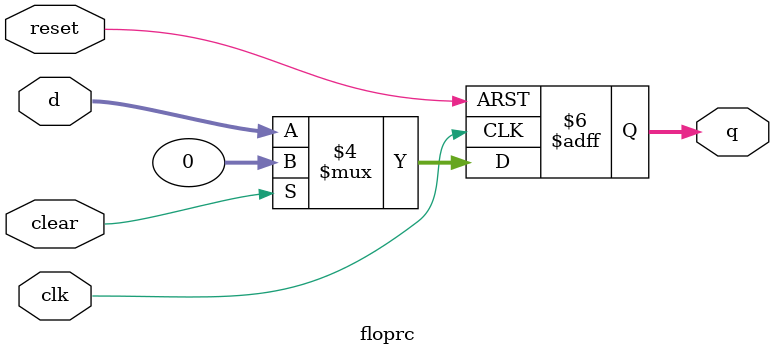
<source format=sv>
module floprc #(parameter WIDTH=32)
				(input logic clk,reset,clear,
				 input logic [WIDTH-1:0] d,
				 output logic [WIDTH-1:0] q);
				 
	always_ff @(negedge clk,negedge reset)
		if(~reset) q<=0;
		else if (clear) 	q<=0;
		else			q<=d;
endmodule

//here you will see that negedge clk, negedge rst thats because KEY0,1,2,3 are active low push buttons
//therefore if you give clk,rst from KEYs you need specify in negedge
</source>
